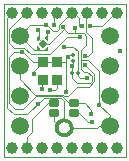
<source format=gtl>
G04 Layer_Physical_Order=1*
G04 Layer_Color=255*
%FSLAX44Y44*%
%MOMM*%
G71*
G01*
G75*
%ADD10C,0.3000*%
G04:AMPARAMS|DCode=11|XSize=0.32mm|YSize=0.4mm|CornerRadius=0.0528mm|HoleSize=0mm|Usage=FLASHONLY|Rotation=0.000|XOffset=0mm|YOffset=0mm|HoleType=Round|Shape=RoundedRectangle|*
%AMROUNDEDRECTD11*
21,1,0.3200,0.2944,0,0,0.0*
21,1,0.2144,0.4000,0,0,0.0*
1,1,0.1056,0.1072,-0.1472*
1,1,0.1056,-0.1072,-0.1472*
1,1,0.1056,-0.1072,0.1472*
1,1,0.1056,0.1072,0.1472*
%
%ADD11ROUNDEDRECTD11*%
G04:AMPARAMS|DCode=12|XSize=0.3mm|YSize=0.33mm|CornerRadius=0.0495mm|HoleSize=0mm|Usage=FLASHONLY|Rotation=270.000|XOffset=0mm|YOffset=0mm|HoleType=Round|Shape=RoundedRectangle|*
%AMROUNDEDRECTD12*
21,1,0.3000,0.2310,0,0,270.0*
21,1,0.2010,0.3300,0,0,270.0*
1,1,0.0990,-0.1155,-0.1005*
1,1,0.0990,-0.1155,0.1005*
1,1,0.0990,0.1155,0.1005*
1,1,0.0990,0.1155,-0.1005*
%
%ADD12ROUNDEDRECTD12*%
G04:AMPARAMS|DCode=13|XSize=0.9mm|YSize=0.8mm|CornerRadius=0.08mm|HoleSize=0mm|Usage=FLASHONLY|Rotation=270.000|XOffset=0mm|YOffset=0mm|HoleType=Round|Shape=RoundedRectangle|*
%AMROUNDEDRECTD13*
21,1,0.9000,0.6400,0,0,270.0*
21,1,0.7400,0.8000,0,0,270.0*
1,1,0.1600,-0.3200,-0.3700*
1,1,0.1600,-0.3200,0.3700*
1,1,0.1600,0.3200,0.3700*
1,1,0.1600,0.3200,-0.3700*
%
%ADD13ROUNDEDRECTD13*%
G04:AMPARAMS|DCode=14|XSize=0.1mm|YSize=0.1mm|CornerRadius=0.0165mm|HoleSize=0mm|Usage=FLASHONLY|Rotation=180.000|XOffset=0mm|YOffset=0mm|HoleType=Round|Shape=RoundedRectangle|*
%AMROUNDEDRECTD14*
21,1,0.1000,0.0670,0,0,180.0*
21,1,0.0670,0.1000,0,0,180.0*
1,1,0.0330,-0.0335,0.0335*
1,1,0.0330,0.0335,0.0335*
1,1,0.0330,0.0335,-0.0335*
1,1,0.0330,-0.0335,-0.0335*
%
%ADD14ROUNDEDRECTD14*%
G04:AMPARAMS|DCode=15|XSize=0.9mm|YSize=0.6mm|CornerRadius=0.099mm|HoleSize=0mm|Usage=FLASHONLY|Rotation=0.000|XOffset=0mm|YOffset=0mm|HoleType=Round|Shape=RoundedRectangle|*
%AMROUNDEDRECTD15*
21,1,0.9000,0.4020,0,0,0.0*
21,1,0.7020,0.6000,0,0,0.0*
1,1,0.1980,0.3510,-0.2010*
1,1,0.1980,-0.3510,-0.2010*
1,1,0.1980,-0.3510,0.2010*
1,1,0.1980,0.3510,0.2010*
%
%ADD15ROUNDEDRECTD15*%
G04:AMPARAMS|DCode=16|XSize=0.25mm|YSize=0.22mm|CornerRadius=0.022mm|HoleSize=0mm|Usage=FLASHONLY|Rotation=180.000|XOffset=0mm|YOffset=0mm|HoleType=Round|Shape=RoundedRectangle|*
%AMROUNDEDRECTD16*
21,1,0.2500,0.1760,0,0,180.0*
21,1,0.2060,0.2200,0,0,180.0*
1,1,0.0440,-0.1030,0.0880*
1,1,0.0440,0.1030,0.0880*
1,1,0.0440,0.1030,-0.0880*
1,1,0.0440,-0.1030,-0.0880*
%
%ADD16ROUNDEDRECTD16*%
%ADD17P,0.6788X4X90.0*%
G04:AMPARAMS|DCode=18|XSize=0.3mm|YSize=0.33mm|CornerRadius=0.0495mm|HoleSize=0mm|Usage=FLASHONLY|Rotation=180.000|XOffset=0mm|YOffset=0mm|HoleType=Round|Shape=RoundedRectangle|*
%AMROUNDEDRECTD18*
21,1,0.3000,0.2310,0,0,180.0*
21,1,0.2010,0.3300,0,0,180.0*
1,1,0.0990,-0.1005,0.1155*
1,1,0.0990,0.1005,0.1155*
1,1,0.0990,0.1005,-0.1155*
1,1,0.0990,-0.1005,-0.1155*
%
%ADD18ROUNDEDRECTD18*%
%ADD19C,0.0750*%
%ADD20C,0.0800*%
%ADD21C,0.1000*%
%ADD22C,1.0000*%
%ADD23C,1.5000*%
%ADD24C,0.4500*%
G36*
X37600Y83730D02*
X35100Y83729D01*
X35100Y84880D01*
X37400Y87180D01*
X37600D01*
X37600Y83730D01*
D02*
G37*
G36*
X31100Y84880D02*
X31100Y83729D01*
X28600Y83730D01*
X28600Y87180D01*
X28800D01*
X31100Y84880D01*
D02*
G37*
G36*
X37600Y94629D02*
X37600Y91180D01*
X37400D01*
X35100Y93480D01*
X35100Y94630D01*
X37600Y94629D01*
D02*
G37*
G36*
X31100Y93480D02*
X28800Y91180D01*
X28600D01*
X28600Y94629D01*
X31100Y94630D01*
X31100Y93480D01*
D02*
G37*
D10*
X45597Y21055D02*
G03*
X57861Y18049I5763J-3006D01*
G01*
D02*
G03*
X51281Y24549I-6500J0D01*
G01*
D02*
G03*
X45597Y21055I80J-6500D01*
G01*
D11*
X35760Y104810D02*
D03*
X42360D02*
D03*
X66230Y103870D02*
D03*
X72830D02*
D03*
D12*
X58950Y74807D02*
D03*
Y79853D02*
D03*
D13*
X33130Y73900D02*
D03*
Y58900D02*
D03*
X45130D02*
D03*
Y73900D02*
D03*
D14*
X51362Y11450D02*
D03*
D15*
X59760Y30570D02*
D03*
Y38790D02*
D03*
X42962D02*
D03*
Y30570D02*
D03*
D16*
X29850Y94580D02*
D03*
X36350D02*
D03*
Y83780D02*
D03*
X29850D02*
D03*
D17*
X33100Y89180D02*
D03*
D18*
X58007Y64770D02*
D03*
X63053D02*
D03*
D19*
X32180Y51280D02*
Y57950D01*
X33130Y58900D01*
X39400Y50390D02*
X43420D01*
X45130Y52100D01*
X13400Y58980D02*
Y70620D01*
X25800Y63300D02*
Y66570D01*
X33130Y73900D01*
X45130D01*
X59760Y38790D02*
X68560D01*
X74020Y33330D01*
Y29640D02*
Y33330D01*
X4520Y38860D02*
X9460Y33920D01*
X3020Y111030D02*
X7050Y115060D01*
X3020Y35110D02*
Y111030D01*
Y35110D02*
X8770Y29360D01*
X42962Y23691D02*
Y30570D01*
Y23691D02*
X45597Y21055D01*
X9460Y33920D02*
X16420D01*
X55410Y38790D02*
X59760D01*
X51281Y24549D02*
Y40449D01*
X8770Y29360D02*
X20070D01*
X45130Y73900D02*
X52500D01*
Y48610D02*
Y73900D01*
Y78150D01*
X52610Y78260D01*
X54300D01*
X33780Y43070D02*
X48660D01*
X51281Y40449D01*
X16420Y33920D02*
X27070Y44570D01*
X49630D01*
X55410Y38790D01*
X13400Y58980D02*
X26300Y46080D01*
X50257D01*
X19750Y760D02*
Y10120D01*
X24340Y14710D01*
X59760Y30570D02*
X63670D01*
X45130Y52100D02*
Y58900D01*
X63670Y30570D02*
X71370Y22870D01*
X75010D01*
X55893Y79853D02*
X58950D01*
X54300Y78260D02*
X55893Y79853D01*
X58950Y71010D02*
Y74807D01*
X57910Y69970D02*
X58950Y71010D01*
X65180Y68010D02*
X67710Y65480D01*
X70690D01*
X74560Y61610D01*
Y58000D02*
Y61610D01*
X57910Y69970D02*
X58265Y69615D01*
X4520Y38860D02*
Y77940D01*
X62860Y61550D02*
X64610Y59800D01*
X70560D01*
X58265Y59925D02*
X62040Y56150D01*
X72710D01*
X74560Y58000D01*
X45150Y115060D02*
X45160Y115050D01*
X45130Y73900D02*
X45160Y73930D01*
X29850Y83780D02*
X36350D01*
Y94580D02*
Y98110D01*
X37290Y99050D01*
X33100Y89180D02*
Y89500D01*
X29510Y93090D02*
X33100Y89500D01*
X71750Y79120D02*
X75010Y82380D01*
X68760Y79120D02*
X71750D01*
X65180Y68010D02*
Y75490D01*
Y83640D01*
X69980Y88440D02*
Y95960D01*
X57850Y115060D02*
X59873D01*
X67830Y98110D02*
X69980Y95960D01*
X28930Y100670D02*
X29850Y99750D01*
Y94580D02*
Y99750D01*
X50860Y101490D02*
X54240Y98110D01*
X44380Y112850D02*
Y114290D01*
X45150Y115060D01*
X65180Y83640D02*
X69980Y88440D01*
X51160Y86750D02*
X59100D01*
X62860Y82990D01*
Y61550D02*
Y82990D01*
X13400Y96020D02*
X25640Y83780D01*
X29850D01*
X24870Y73900D02*
X33130D01*
X33100Y89180D02*
X38550D01*
X50860Y101490D01*
X53270Y94620D02*
X64600D01*
X38930Y80280D02*
X53270Y94620D01*
X22770Y80280D02*
X38930D01*
X4775Y101715D02*
X18120Y115060D01*
X19750D01*
X4775Y89645D02*
Y101715D01*
Y89645D02*
X8500Y85920D01*
X17130D01*
X22770Y80280D01*
X4520Y77940D02*
X8770Y82190D01*
X16580D02*
X24870Y73900D01*
X65180Y75490D02*
X71180D01*
X80570Y66100D01*
X42360Y110830D02*
X44380Y112850D01*
X49860Y102490D02*
X50860Y101490D01*
X49860Y102490D02*
Y103530D01*
X56617Y115060D02*
X57850D01*
X46485Y104928D02*
X56617Y115060D01*
X46485Y101365D02*
Y104928D01*
X45010Y99890D02*
X46485Y101365D01*
X42360Y104810D02*
Y110830D01*
X22190Y104810D02*
X35760D01*
X13400Y96020D02*
X22190Y104810D01*
X35760D02*
X36715D01*
X41635Y99890D01*
X45010D01*
X60450Y98110D02*
Y102960D01*
Y98110D02*
X67830D01*
X54240D02*
X60450D01*
X59873Y115060D02*
X63560Y111373D01*
Y104990D02*
Y111373D01*
Y104990D02*
X64870Y103680D01*
X66230D01*
X75010Y82380D02*
Y94510D01*
X70105Y114615D02*
X70550Y115060D01*
X70105Y99415D02*
Y114615D01*
Y99415D02*
X75010Y94510D01*
X68830Y71110D02*
X76680Y63260D01*
X50257Y46080D02*
X51297Y45040D01*
X80980Y19820D02*
X89600D01*
X57861Y18049D02*
X79209D01*
X80980Y19820D01*
X80570Y37750D02*
Y66100D01*
X89600Y19820D02*
Y28720D01*
X80570Y37750D02*
X80690Y37630D01*
X89600Y28720D01*
X54120Y45040D02*
X61860Y52780D01*
X51297Y45040D02*
X54120D01*
X61860Y52780D02*
X71970D01*
X76680Y57490D01*
Y63260D01*
X8770Y82190D02*
X16580D01*
X24340Y14710D02*
Y25630D01*
X37500Y38790D01*
X42962D01*
X20070Y29360D02*
X33780Y43070D01*
X58265Y59925D02*
Y69615D01*
D20*
X83070Y103870D02*
X94260Y115060D01*
X95950D01*
X72830Y103870D02*
X83070D01*
D21*
X0Y122470D02*
X103430D01*
X0Y-6300D02*
X103430D01*
Y122470D01*
X0Y-6300D02*
Y122470D01*
D22*
X19750Y760D02*
D03*
X32450D02*
D03*
X45150D02*
D03*
X57850D02*
D03*
X70550D02*
D03*
X83250D02*
D03*
X95950D02*
D03*
X7050D02*
D03*
X83250Y115060D02*
D03*
X70550D02*
D03*
X57850D02*
D03*
X45150D02*
D03*
X32450D02*
D03*
X19750D02*
D03*
X7050D02*
D03*
X95950D02*
D03*
D23*
X13400Y19820D02*
D03*
Y70620D02*
D03*
Y96020D02*
D03*
Y45220D02*
D03*
X89600Y19820D02*
D03*
Y70620D02*
D03*
Y96020D02*
D03*
Y45220D02*
D03*
D24*
X98560Y83000D02*
D03*
X52500Y48610D02*
D03*
X25800Y63300D02*
D03*
X32180Y51280D02*
D03*
X39400Y50390D02*
D03*
X57910Y69970D02*
D03*
X70560Y59800D02*
D03*
X68830Y71110D02*
D03*
X74020Y29640D02*
D03*
X54300Y78260D02*
D03*
X37290Y99050D02*
D03*
X51160Y86750D02*
D03*
X75010Y22870D02*
D03*
X80690Y37630D02*
D03*
X64600Y94620D02*
D03*
X68760Y79120D02*
D03*
X28930Y100670D02*
D03*
X15690Y82050D02*
D03*
X49860Y103530D02*
D03*
X60450Y102960D02*
D03*
X29110Y38490D02*
D03*
M02*

</source>
